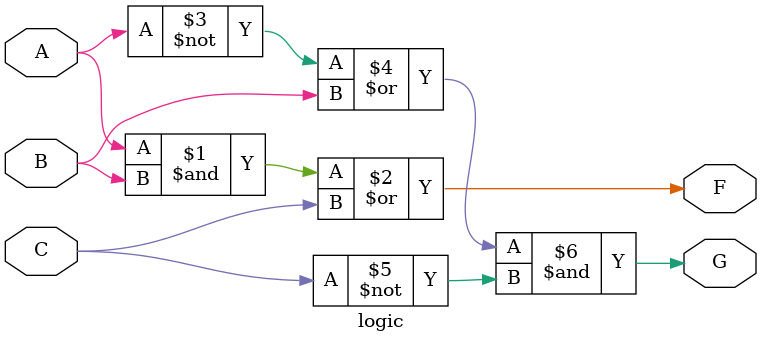
<source format=v>
`timescale 1ns / 1ps

module logic(
    input A, B, C,
    output F, G
    );
    
    assign F = (A & B) | C;
    assign G = (~A | B) & ~C;
endmodule

</source>
